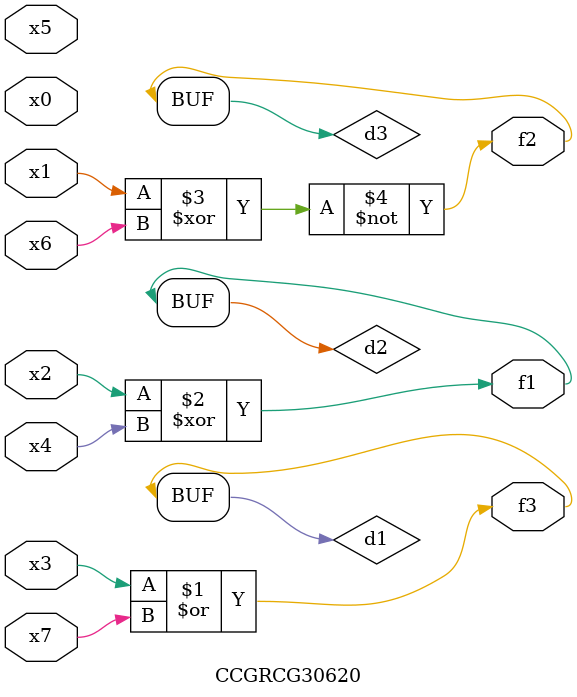
<source format=v>
module CCGRCG30620(
	input x0, x1, x2, x3, x4, x5, x6, x7,
	output f1, f2, f3
);

	wire d1, d2, d3;

	or (d1, x3, x7);
	xor (d2, x2, x4);
	xnor (d3, x1, x6);
	assign f1 = d2;
	assign f2 = d3;
	assign f3 = d1;
endmodule

</source>
